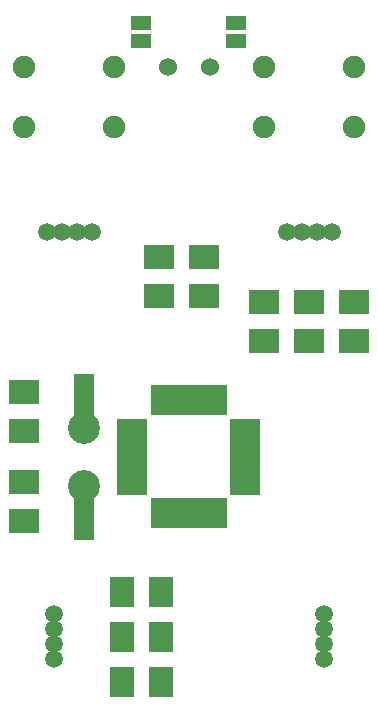
<source format=gts>
G04 (created by PCBNEW-RS274X (2011-07-08)-stable) date Mo 25 Jul 2011 12:51:42 CEST*
G01*
G70*
G90*
%MOIN*%
G04 Gerber Fmt 3.4, Leading zero omitted, Abs format*
%FSLAX34Y34*%
G04 APERTURE LIST*
%ADD10C,0.006000*%
%ADD11R,0.065000X0.045000*%
%ADD12R,0.080000X0.100000*%
%ADD13R,0.100000X0.080000*%
%ADD14C,0.075000*%
%ADD15R,0.098700X0.037700*%
%ADD16R,0.037700X0.098700*%
%ADD17C,0.060000*%
%ADD18C,0.106600*%
%ADD19R,0.067200X0.197200*%
%ADD20C,0.059400*%
G04 APERTURE END LIST*
G54D10*
G54D11*
X28900Y-29050D03*
X28900Y-29650D03*
X32050Y-29050D03*
X32050Y-29650D03*
G54D12*
X29550Y-49500D03*
X28250Y-49500D03*
X29550Y-51000D03*
X28250Y-51000D03*
X29550Y-48000D03*
X28250Y-48000D03*
G54D13*
X34500Y-39650D03*
X34500Y-38350D03*
X36000Y-39650D03*
X36000Y-38350D03*
X33000Y-39650D03*
X33000Y-38350D03*
X29500Y-36850D03*
X29500Y-38150D03*
X31000Y-38150D03*
X31000Y-36850D03*
X25000Y-42650D03*
X25000Y-41350D03*
X25000Y-44350D03*
X25000Y-45650D03*
G54D14*
X33000Y-30500D03*
X33000Y-32500D03*
X36000Y-30500D03*
X36000Y-32500D03*
X25000Y-30500D03*
X25000Y-32500D03*
X28000Y-30500D03*
X28000Y-32500D03*
G54D15*
X28604Y-44593D03*
X28604Y-44278D03*
X28604Y-43963D03*
X28604Y-43648D03*
X28604Y-43333D03*
X28604Y-43018D03*
X28604Y-42703D03*
X28604Y-42388D03*
X32370Y-42390D03*
X32370Y-44600D03*
X32370Y-44280D03*
X32370Y-43960D03*
X32370Y-43650D03*
X32370Y-43330D03*
X32370Y-43020D03*
X32370Y-42700D03*
G54D16*
X29388Y-41600D03*
X29702Y-41600D03*
X30018Y-41600D03*
X30332Y-41600D03*
X30648Y-41600D03*
X30962Y-41600D03*
X31278Y-41600D03*
X31592Y-41600D03*
X29390Y-45380D03*
X29700Y-45380D03*
X30020Y-45380D03*
X30330Y-45380D03*
X30640Y-45380D03*
X30960Y-45380D03*
X31280Y-45380D03*
X31600Y-45380D03*
G54D17*
X29811Y-30500D03*
X31189Y-30500D03*
G54D18*
X27000Y-42535D03*
G54D19*
X27000Y-45311D03*
X27000Y-41689D03*
G54D18*
X27000Y-44465D03*
G54D20*
X35000Y-48750D03*
X35000Y-49250D03*
X35000Y-49750D03*
X35000Y-50250D03*
X25750Y-36000D03*
X26250Y-36000D03*
X26750Y-36000D03*
X27250Y-36000D03*
X26000Y-48750D03*
X26000Y-49250D03*
X26000Y-49750D03*
X26000Y-50250D03*
X33750Y-36000D03*
X34250Y-36000D03*
X34750Y-36000D03*
X35250Y-36000D03*
M02*

</source>
